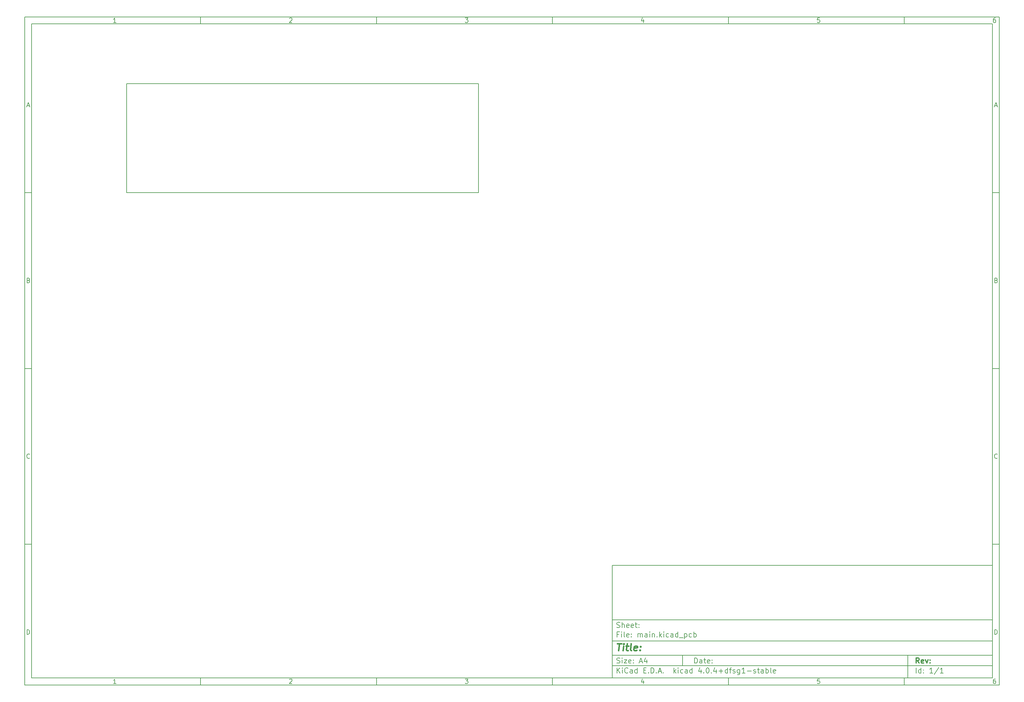
<source format=gbr>
G04 #@! TF.FileFunction,Other,User*
%FSLAX46Y46*%
G04 Gerber Fmt 4.6, Leading zero omitted, Abs format (unit mm)*
G04 Created by KiCad (PCBNEW 4.0.4+dfsg1-stable) date Mon Feb 27 16:58:46 2017*
%MOMM*%
%LPD*%
G01*
G04 APERTURE LIST*
%ADD10C,0.100000*%
%ADD11C,0.150000*%
%ADD12C,0.300000*%
%ADD13C,0.400000*%
%ADD14C,0.200000*%
G04 APERTURE END LIST*
D10*
D11*
X177002200Y-166007200D02*
X177002200Y-198007200D01*
X285002200Y-198007200D01*
X285002200Y-166007200D01*
X177002200Y-166007200D01*
D10*
D11*
X10000000Y-10000000D02*
X10000000Y-200007200D01*
X287002200Y-200007200D01*
X287002200Y-10000000D01*
X10000000Y-10000000D01*
D10*
D11*
X12000000Y-12000000D02*
X12000000Y-198007200D01*
X285002200Y-198007200D01*
X285002200Y-12000000D01*
X12000000Y-12000000D01*
D10*
D11*
X60000000Y-12000000D02*
X60000000Y-10000000D01*
D10*
D11*
X110000000Y-12000000D02*
X110000000Y-10000000D01*
D10*
D11*
X160000000Y-12000000D02*
X160000000Y-10000000D01*
D10*
D11*
X210000000Y-12000000D02*
X210000000Y-10000000D01*
D10*
D11*
X260000000Y-12000000D02*
X260000000Y-10000000D01*
D10*
D11*
X35990476Y-11588095D02*
X35247619Y-11588095D01*
X35619048Y-11588095D02*
X35619048Y-10288095D01*
X35495238Y-10473810D01*
X35371429Y-10597619D01*
X35247619Y-10659524D01*
D10*
D11*
X85247619Y-10411905D02*
X85309524Y-10350000D01*
X85433333Y-10288095D01*
X85742857Y-10288095D01*
X85866667Y-10350000D01*
X85928571Y-10411905D01*
X85990476Y-10535714D01*
X85990476Y-10659524D01*
X85928571Y-10845238D01*
X85185714Y-11588095D01*
X85990476Y-11588095D01*
D10*
D11*
X135185714Y-10288095D02*
X135990476Y-10288095D01*
X135557143Y-10783333D01*
X135742857Y-10783333D01*
X135866667Y-10845238D01*
X135928571Y-10907143D01*
X135990476Y-11030952D01*
X135990476Y-11340476D01*
X135928571Y-11464286D01*
X135866667Y-11526190D01*
X135742857Y-11588095D01*
X135371429Y-11588095D01*
X135247619Y-11526190D01*
X135185714Y-11464286D01*
D10*
D11*
X185866667Y-10721429D02*
X185866667Y-11588095D01*
X185557143Y-10226190D02*
X185247619Y-11154762D01*
X186052381Y-11154762D01*
D10*
D11*
X235928571Y-10288095D02*
X235309524Y-10288095D01*
X235247619Y-10907143D01*
X235309524Y-10845238D01*
X235433333Y-10783333D01*
X235742857Y-10783333D01*
X235866667Y-10845238D01*
X235928571Y-10907143D01*
X235990476Y-11030952D01*
X235990476Y-11340476D01*
X235928571Y-11464286D01*
X235866667Y-11526190D01*
X235742857Y-11588095D01*
X235433333Y-11588095D01*
X235309524Y-11526190D01*
X235247619Y-11464286D01*
D10*
D11*
X285866667Y-10288095D02*
X285619048Y-10288095D01*
X285495238Y-10350000D01*
X285433333Y-10411905D01*
X285309524Y-10597619D01*
X285247619Y-10845238D01*
X285247619Y-11340476D01*
X285309524Y-11464286D01*
X285371429Y-11526190D01*
X285495238Y-11588095D01*
X285742857Y-11588095D01*
X285866667Y-11526190D01*
X285928571Y-11464286D01*
X285990476Y-11340476D01*
X285990476Y-11030952D01*
X285928571Y-10907143D01*
X285866667Y-10845238D01*
X285742857Y-10783333D01*
X285495238Y-10783333D01*
X285371429Y-10845238D01*
X285309524Y-10907143D01*
X285247619Y-11030952D01*
D10*
D11*
X60000000Y-198007200D02*
X60000000Y-200007200D01*
D10*
D11*
X110000000Y-198007200D02*
X110000000Y-200007200D01*
D10*
D11*
X160000000Y-198007200D02*
X160000000Y-200007200D01*
D10*
D11*
X210000000Y-198007200D02*
X210000000Y-200007200D01*
D10*
D11*
X260000000Y-198007200D02*
X260000000Y-200007200D01*
D10*
D11*
X35990476Y-199595295D02*
X35247619Y-199595295D01*
X35619048Y-199595295D02*
X35619048Y-198295295D01*
X35495238Y-198481010D01*
X35371429Y-198604819D01*
X35247619Y-198666724D01*
D10*
D11*
X85247619Y-198419105D02*
X85309524Y-198357200D01*
X85433333Y-198295295D01*
X85742857Y-198295295D01*
X85866667Y-198357200D01*
X85928571Y-198419105D01*
X85990476Y-198542914D01*
X85990476Y-198666724D01*
X85928571Y-198852438D01*
X85185714Y-199595295D01*
X85990476Y-199595295D01*
D10*
D11*
X135185714Y-198295295D02*
X135990476Y-198295295D01*
X135557143Y-198790533D01*
X135742857Y-198790533D01*
X135866667Y-198852438D01*
X135928571Y-198914343D01*
X135990476Y-199038152D01*
X135990476Y-199347676D01*
X135928571Y-199471486D01*
X135866667Y-199533390D01*
X135742857Y-199595295D01*
X135371429Y-199595295D01*
X135247619Y-199533390D01*
X135185714Y-199471486D01*
D10*
D11*
X185866667Y-198728629D02*
X185866667Y-199595295D01*
X185557143Y-198233390D02*
X185247619Y-199161962D01*
X186052381Y-199161962D01*
D10*
D11*
X235928571Y-198295295D02*
X235309524Y-198295295D01*
X235247619Y-198914343D01*
X235309524Y-198852438D01*
X235433333Y-198790533D01*
X235742857Y-198790533D01*
X235866667Y-198852438D01*
X235928571Y-198914343D01*
X235990476Y-199038152D01*
X235990476Y-199347676D01*
X235928571Y-199471486D01*
X235866667Y-199533390D01*
X235742857Y-199595295D01*
X235433333Y-199595295D01*
X235309524Y-199533390D01*
X235247619Y-199471486D01*
D10*
D11*
X285866667Y-198295295D02*
X285619048Y-198295295D01*
X285495238Y-198357200D01*
X285433333Y-198419105D01*
X285309524Y-198604819D01*
X285247619Y-198852438D01*
X285247619Y-199347676D01*
X285309524Y-199471486D01*
X285371429Y-199533390D01*
X285495238Y-199595295D01*
X285742857Y-199595295D01*
X285866667Y-199533390D01*
X285928571Y-199471486D01*
X285990476Y-199347676D01*
X285990476Y-199038152D01*
X285928571Y-198914343D01*
X285866667Y-198852438D01*
X285742857Y-198790533D01*
X285495238Y-198790533D01*
X285371429Y-198852438D01*
X285309524Y-198914343D01*
X285247619Y-199038152D01*
D10*
D11*
X10000000Y-60000000D02*
X12000000Y-60000000D01*
D10*
D11*
X10000000Y-110000000D02*
X12000000Y-110000000D01*
D10*
D11*
X10000000Y-160000000D02*
X12000000Y-160000000D01*
D10*
D11*
X10690476Y-35216667D02*
X11309524Y-35216667D01*
X10566667Y-35588095D02*
X11000000Y-34288095D01*
X11433333Y-35588095D01*
D10*
D11*
X11092857Y-84907143D02*
X11278571Y-84969048D01*
X11340476Y-85030952D01*
X11402381Y-85154762D01*
X11402381Y-85340476D01*
X11340476Y-85464286D01*
X11278571Y-85526190D01*
X11154762Y-85588095D01*
X10659524Y-85588095D01*
X10659524Y-84288095D01*
X11092857Y-84288095D01*
X11216667Y-84350000D01*
X11278571Y-84411905D01*
X11340476Y-84535714D01*
X11340476Y-84659524D01*
X11278571Y-84783333D01*
X11216667Y-84845238D01*
X11092857Y-84907143D01*
X10659524Y-84907143D01*
D10*
D11*
X11402381Y-135464286D02*
X11340476Y-135526190D01*
X11154762Y-135588095D01*
X11030952Y-135588095D01*
X10845238Y-135526190D01*
X10721429Y-135402381D01*
X10659524Y-135278571D01*
X10597619Y-135030952D01*
X10597619Y-134845238D01*
X10659524Y-134597619D01*
X10721429Y-134473810D01*
X10845238Y-134350000D01*
X11030952Y-134288095D01*
X11154762Y-134288095D01*
X11340476Y-134350000D01*
X11402381Y-134411905D01*
D10*
D11*
X10659524Y-185588095D02*
X10659524Y-184288095D01*
X10969048Y-184288095D01*
X11154762Y-184350000D01*
X11278571Y-184473810D01*
X11340476Y-184597619D01*
X11402381Y-184845238D01*
X11402381Y-185030952D01*
X11340476Y-185278571D01*
X11278571Y-185402381D01*
X11154762Y-185526190D01*
X10969048Y-185588095D01*
X10659524Y-185588095D01*
D10*
D11*
X287002200Y-60000000D02*
X285002200Y-60000000D01*
D10*
D11*
X287002200Y-110000000D02*
X285002200Y-110000000D01*
D10*
D11*
X287002200Y-160000000D02*
X285002200Y-160000000D01*
D10*
D11*
X285692676Y-35216667D02*
X286311724Y-35216667D01*
X285568867Y-35588095D02*
X286002200Y-34288095D01*
X286435533Y-35588095D01*
D10*
D11*
X286095057Y-84907143D02*
X286280771Y-84969048D01*
X286342676Y-85030952D01*
X286404581Y-85154762D01*
X286404581Y-85340476D01*
X286342676Y-85464286D01*
X286280771Y-85526190D01*
X286156962Y-85588095D01*
X285661724Y-85588095D01*
X285661724Y-84288095D01*
X286095057Y-84288095D01*
X286218867Y-84350000D01*
X286280771Y-84411905D01*
X286342676Y-84535714D01*
X286342676Y-84659524D01*
X286280771Y-84783333D01*
X286218867Y-84845238D01*
X286095057Y-84907143D01*
X285661724Y-84907143D01*
D10*
D11*
X286404581Y-135464286D02*
X286342676Y-135526190D01*
X286156962Y-135588095D01*
X286033152Y-135588095D01*
X285847438Y-135526190D01*
X285723629Y-135402381D01*
X285661724Y-135278571D01*
X285599819Y-135030952D01*
X285599819Y-134845238D01*
X285661724Y-134597619D01*
X285723629Y-134473810D01*
X285847438Y-134350000D01*
X286033152Y-134288095D01*
X286156962Y-134288095D01*
X286342676Y-134350000D01*
X286404581Y-134411905D01*
D10*
D11*
X285661724Y-185588095D02*
X285661724Y-184288095D01*
X285971248Y-184288095D01*
X286156962Y-184350000D01*
X286280771Y-184473810D01*
X286342676Y-184597619D01*
X286404581Y-184845238D01*
X286404581Y-185030952D01*
X286342676Y-185278571D01*
X286280771Y-185402381D01*
X286156962Y-185526190D01*
X285971248Y-185588095D01*
X285661724Y-185588095D01*
D10*
D11*
X200359343Y-193785771D02*
X200359343Y-192285771D01*
X200716486Y-192285771D01*
X200930771Y-192357200D01*
X201073629Y-192500057D01*
X201145057Y-192642914D01*
X201216486Y-192928629D01*
X201216486Y-193142914D01*
X201145057Y-193428629D01*
X201073629Y-193571486D01*
X200930771Y-193714343D01*
X200716486Y-193785771D01*
X200359343Y-193785771D01*
X202502200Y-193785771D02*
X202502200Y-193000057D01*
X202430771Y-192857200D01*
X202287914Y-192785771D01*
X202002200Y-192785771D01*
X201859343Y-192857200D01*
X202502200Y-193714343D02*
X202359343Y-193785771D01*
X202002200Y-193785771D01*
X201859343Y-193714343D01*
X201787914Y-193571486D01*
X201787914Y-193428629D01*
X201859343Y-193285771D01*
X202002200Y-193214343D01*
X202359343Y-193214343D01*
X202502200Y-193142914D01*
X203002200Y-192785771D02*
X203573629Y-192785771D01*
X203216486Y-192285771D02*
X203216486Y-193571486D01*
X203287914Y-193714343D01*
X203430772Y-193785771D01*
X203573629Y-193785771D01*
X204645057Y-193714343D02*
X204502200Y-193785771D01*
X204216486Y-193785771D01*
X204073629Y-193714343D01*
X204002200Y-193571486D01*
X204002200Y-193000057D01*
X204073629Y-192857200D01*
X204216486Y-192785771D01*
X204502200Y-192785771D01*
X204645057Y-192857200D01*
X204716486Y-193000057D01*
X204716486Y-193142914D01*
X204002200Y-193285771D01*
X205359343Y-193642914D02*
X205430771Y-193714343D01*
X205359343Y-193785771D01*
X205287914Y-193714343D01*
X205359343Y-193642914D01*
X205359343Y-193785771D01*
X205359343Y-192857200D02*
X205430771Y-192928629D01*
X205359343Y-193000057D01*
X205287914Y-192928629D01*
X205359343Y-192857200D01*
X205359343Y-193000057D01*
D10*
D11*
X177002200Y-194507200D02*
X285002200Y-194507200D01*
D10*
D11*
X178359343Y-196585771D02*
X178359343Y-195085771D01*
X179216486Y-196585771D02*
X178573629Y-195728629D01*
X179216486Y-195085771D02*
X178359343Y-195942914D01*
X179859343Y-196585771D02*
X179859343Y-195585771D01*
X179859343Y-195085771D02*
X179787914Y-195157200D01*
X179859343Y-195228629D01*
X179930771Y-195157200D01*
X179859343Y-195085771D01*
X179859343Y-195228629D01*
X181430772Y-196442914D02*
X181359343Y-196514343D01*
X181145057Y-196585771D01*
X181002200Y-196585771D01*
X180787915Y-196514343D01*
X180645057Y-196371486D01*
X180573629Y-196228629D01*
X180502200Y-195942914D01*
X180502200Y-195728629D01*
X180573629Y-195442914D01*
X180645057Y-195300057D01*
X180787915Y-195157200D01*
X181002200Y-195085771D01*
X181145057Y-195085771D01*
X181359343Y-195157200D01*
X181430772Y-195228629D01*
X182716486Y-196585771D02*
X182716486Y-195800057D01*
X182645057Y-195657200D01*
X182502200Y-195585771D01*
X182216486Y-195585771D01*
X182073629Y-195657200D01*
X182716486Y-196514343D02*
X182573629Y-196585771D01*
X182216486Y-196585771D01*
X182073629Y-196514343D01*
X182002200Y-196371486D01*
X182002200Y-196228629D01*
X182073629Y-196085771D01*
X182216486Y-196014343D01*
X182573629Y-196014343D01*
X182716486Y-195942914D01*
X184073629Y-196585771D02*
X184073629Y-195085771D01*
X184073629Y-196514343D02*
X183930772Y-196585771D01*
X183645058Y-196585771D01*
X183502200Y-196514343D01*
X183430772Y-196442914D01*
X183359343Y-196300057D01*
X183359343Y-195871486D01*
X183430772Y-195728629D01*
X183502200Y-195657200D01*
X183645058Y-195585771D01*
X183930772Y-195585771D01*
X184073629Y-195657200D01*
X185930772Y-195800057D02*
X186430772Y-195800057D01*
X186645058Y-196585771D02*
X185930772Y-196585771D01*
X185930772Y-195085771D01*
X186645058Y-195085771D01*
X187287915Y-196442914D02*
X187359343Y-196514343D01*
X187287915Y-196585771D01*
X187216486Y-196514343D01*
X187287915Y-196442914D01*
X187287915Y-196585771D01*
X188002201Y-196585771D02*
X188002201Y-195085771D01*
X188359344Y-195085771D01*
X188573629Y-195157200D01*
X188716487Y-195300057D01*
X188787915Y-195442914D01*
X188859344Y-195728629D01*
X188859344Y-195942914D01*
X188787915Y-196228629D01*
X188716487Y-196371486D01*
X188573629Y-196514343D01*
X188359344Y-196585771D01*
X188002201Y-196585771D01*
X189502201Y-196442914D02*
X189573629Y-196514343D01*
X189502201Y-196585771D01*
X189430772Y-196514343D01*
X189502201Y-196442914D01*
X189502201Y-196585771D01*
X190145058Y-196157200D02*
X190859344Y-196157200D01*
X190002201Y-196585771D02*
X190502201Y-195085771D01*
X191002201Y-196585771D01*
X191502201Y-196442914D02*
X191573629Y-196514343D01*
X191502201Y-196585771D01*
X191430772Y-196514343D01*
X191502201Y-196442914D01*
X191502201Y-196585771D01*
X194502201Y-196585771D02*
X194502201Y-195085771D01*
X194645058Y-196014343D02*
X195073629Y-196585771D01*
X195073629Y-195585771D02*
X194502201Y-196157200D01*
X195716487Y-196585771D02*
X195716487Y-195585771D01*
X195716487Y-195085771D02*
X195645058Y-195157200D01*
X195716487Y-195228629D01*
X195787915Y-195157200D01*
X195716487Y-195085771D01*
X195716487Y-195228629D01*
X197073630Y-196514343D02*
X196930773Y-196585771D01*
X196645059Y-196585771D01*
X196502201Y-196514343D01*
X196430773Y-196442914D01*
X196359344Y-196300057D01*
X196359344Y-195871486D01*
X196430773Y-195728629D01*
X196502201Y-195657200D01*
X196645059Y-195585771D01*
X196930773Y-195585771D01*
X197073630Y-195657200D01*
X198359344Y-196585771D02*
X198359344Y-195800057D01*
X198287915Y-195657200D01*
X198145058Y-195585771D01*
X197859344Y-195585771D01*
X197716487Y-195657200D01*
X198359344Y-196514343D02*
X198216487Y-196585771D01*
X197859344Y-196585771D01*
X197716487Y-196514343D01*
X197645058Y-196371486D01*
X197645058Y-196228629D01*
X197716487Y-196085771D01*
X197859344Y-196014343D01*
X198216487Y-196014343D01*
X198359344Y-195942914D01*
X199716487Y-196585771D02*
X199716487Y-195085771D01*
X199716487Y-196514343D02*
X199573630Y-196585771D01*
X199287916Y-196585771D01*
X199145058Y-196514343D01*
X199073630Y-196442914D01*
X199002201Y-196300057D01*
X199002201Y-195871486D01*
X199073630Y-195728629D01*
X199145058Y-195657200D01*
X199287916Y-195585771D01*
X199573630Y-195585771D01*
X199716487Y-195657200D01*
X202216487Y-195585771D02*
X202216487Y-196585771D01*
X201859344Y-195014343D02*
X201502201Y-196085771D01*
X202430773Y-196085771D01*
X203002201Y-196442914D02*
X203073629Y-196514343D01*
X203002201Y-196585771D01*
X202930772Y-196514343D01*
X203002201Y-196442914D01*
X203002201Y-196585771D01*
X204002201Y-195085771D02*
X204145058Y-195085771D01*
X204287915Y-195157200D01*
X204359344Y-195228629D01*
X204430773Y-195371486D01*
X204502201Y-195657200D01*
X204502201Y-196014343D01*
X204430773Y-196300057D01*
X204359344Y-196442914D01*
X204287915Y-196514343D01*
X204145058Y-196585771D01*
X204002201Y-196585771D01*
X203859344Y-196514343D01*
X203787915Y-196442914D01*
X203716487Y-196300057D01*
X203645058Y-196014343D01*
X203645058Y-195657200D01*
X203716487Y-195371486D01*
X203787915Y-195228629D01*
X203859344Y-195157200D01*
X204002201Y-195085771D01*
X205145058Y-196442914D02*
X205216486Y-196514343D01*
X205145058Y-196585771D01*
X205073629Y-196514343D01*
X205145058Y-196442914D01*
X205145058Y-196585771D01*
X206502201Y-195585771D02*
X206502201Y-196585771D01*
X206145058Y-195014343D02*
X205787915Y-196085771D01*
X206716487Y-196085771D01*
X207287915Y-196014343D02*
X208430772Y-196014343D01*
X207859343Y-196585771D02*
X207859343Y-195442914D01*
X209787915Y-196585771D02*
X209787915Y-195085771D01*
X209787915Y-196514343D02*
X209645058Y-196585771D01*
X209359344Y-196585771D01*
X209216486Y-196514343D01*
X209145058Y-196442914D01*
X209073629Y-196300057D01*
X209073629Y-195871486D01*
X209145058Y-195728629D01*
X209216486Y-195657200D01*
X209359344Y-195585771D01*
X209645058Y-195585771D01*
X209787915Y-195657200D01*
X210287915Y-195585771D02*
X210859344Y-195585771D01*
X210502201Y-196585771D02*
X210502201Y-195300057D01*
X210573629Y-195157200D01*
X210716487Y-195085771D01*
X210859344Y-195085771D01*
X211287915Y-196514343D02*
X211430772Y-196585771D01*
X211716487Y-196585771D01*
X211859344Y-196514343D01*
X211930772Y-196371486D01*
X211930772Y-196300057D01*
X211859344Y-196157200D01*
X211716487Y-196085771D01*
X211502201Y-196085771D01*
X211359344Y-196014343D01*
X211287915Y-195871486D01*
X211287915Y-195800057D01*
X211359344Y-195657200D01*
X211502201Y-195585771D01*
X211716487Y-195585771D01*
X211859344Y-195657200D01*
X213216487Y-195585771D02*
X213216487Y-196800057D01*
X213145058Y-196942914D01*
X213073630Y-197014343D01*
X212930773Y-197085771D01*
X212716487Y-197085771D01*
X212573630Y-197014343D01*
X213216487Y-196514343D02*
X213073630Y-196585771D01*
X212787916Y-196585771D01*
X212645058Y-196514343D01*
X212573630Y-196442914D01*
X212502201Y-196300057D01*
X212502201Y-195871486D01*
X212573630Y-195728629D01*
X212645058Y-195657200D01*
X212787916Y-195585771D01*
X213073630Y-195585771D01*
X213216487Y-195657200D01*
X214716487Y-196585771D02*
X213859344Y-196585771D01*
X214287916Y-196585771D02*
X214287916Y-195085771D01*
X214145059Y-195300057D01*
X214002201Y-195442914D01*
X213859344Y-195514343D01*
X215359344Y-196014343D02*
X216502201Y-196014343D01*
X217145058Y-196514343D02*
X217287915Y-196585771D01*
X217573630Y-196585771D01*
X217716487Y-196514343D01*
X217787915Y-196371486D01*
X217787915Y-196300057D01*
X217716487Y-196157200D01*
X217573630Y-196085771D01*
X217359344Y-196085771D01*
X217216487Y-196014343D01*
X217145058Y-195871486D01*
X217145058Y-195800057D01*
X217216487Y-195657200D01*
X217359344Y-195585771D01*
X217573630Y-195585771D01*
X217716487Y-195657200D01*
X218216487Y-195585771D02*
X218787916Y-195585771D01*
X218430773Y-195085771D02*
X218430773Y-196371486D01*
X218502201Y-196514343D01*
X218645059Y-196585771D01*
X218787916Y-196585771D01*
X219930773Y-196585771D02*
X219930773Y-195800057D01*
X219859344Y-195657200D01*
X219716487Y-195585771D01*
X219430773Y-195585771D01*
X219287916Y-195657200D01*
X219930773Y-196514343D02*
X219787916Y-196585771D01*
X219430773Y-196585771D01*
X219287916Y-196514343D01*
X219216487Y-196371486D01*
X219216487Y-196228629D01*
X219287916Y-196085771D01*
X219430773Y-196014343D01*
X219787916Y-196014343D01*
X219930773Y-195942914D01*
X220645059Y-196585771D02*
X220645059Y-195085771D01*
X220645059Y-195657200D02*
X220787916Y-195585771D01*
X221073630Y-195585771D01*
X221216487Y-195657200D01*
X221287916Y-195728629D01*
X221359345Y-195871486D01*
X221359345Y-196300057D01*
X221287916Y-196442914D01*
X221216487Y-196514343D01*
X221073630Y-196585771D01*
X220787916Y-196585771D01*
X220645059Y-196514343D01*
X222216488Y-196585771D02*
X222073630Y-196514343D01*
X222002202Y-196371486D01*
X222002202Y-195085771D01*
X223359344Y-196514343D02*
X223216487Y-196585771D01*
X222930773Y-196585771D01*
X222787916Y-196514343D01*
X222716487Y-196371486D01*
X222716487Y-195800057D01*
X222787916Y-195657200D01*
X222930773Y-195585771D01*
X223216487Y-195585771D01*
X223359344Y-195657200D01*
X223430773Y-195800057D01*
X223430773Y-195942914D01*
X222716487Y-196085771D01*
D10*
D11*
X177002200Y-191507200D02*
X285002200Y-191507200D01*
D10*
D12*
X264216486Y-193785771D02*
X263716486Y-193071486D01*
X263359343Y-193785771D02*
X263359343Y-192285771D01*
X263930771Y-192285771D01*
X264073629Y-192357200D01*
X264145057Y-192428629D01*
X264216486Y-192571486D01*
X264216486Y-192785771D01*
X264145057Y-192928629D01*
X264073629Y-193000057D01*
X263930771Y-193071486D01*
X263359343Y-193071486D01*
X265430771Y-193714343D02*
X265287914Y-193785771D01*
X265002200Y-193785771D01*
X264859343Y-193714343D01*
X264787914Y-193571486D01*
X264787914Y-193000057D01*
X264859343Y-192857200D01*
X265002200Y-192785771D01*
X265287914Y-192785771D01*
X265430771Y-192857200D01*
X265502200Y-193000057D01*
X265502200Y-193142914D01*
X264787914Y-193285771D01*
X266002200Y-192785771D02*
X266359343Y-193785771D01*
X266716485Y-192785771D01*
X267287914Y-193642914D02*
X267359342Y-193714343D01*
X267287914Y-193785771D01*
X267216485Y-193714343D01*
X267287914Y-193642914D01*
X267287914Y-193785771D01*
X267287914Y-192857200D02*
X267359342Y-192928629D01*
X267287914Y-193000057D01*
X267216485Y-192928629D01*
X267287914Y-192857200D01*
X267287914Y-193000057D01*
D10*
D11*
X178287914Y-193714343D02*
X178502200Y-193785771D01*
X178859343Y-193785771D01*
X179002200Y-193714343D01*
X179073629Y-193642914D01*
X179145057Y-193500057D01*
X179145057Y-193357200D01*
X179073629Y-193214343D01*
X179002200Y-193142914D01*
X178859343Y-193071486D01*
X178573629Y-193000057D01*
X178430771Y-192928629D01*
X178359343Y-192857200D01*
X178287914Y-192714343D01*
X178287914Y-192571486D01*
X178359343Y-192428629D01*
X178430771Y-192357200D01*
X178573629Y-192285771D01*
X178930771Y-192285771D01*
X179145057Y-192357200D01*
X179787914Y-193785771D02*
X179787914Y-192785771D01*
X179787914Y-192285771D02*
X179716485Y-192357200D01*
X179787914Y-192428629D01*
X179859342Y-192357200D01*
X179787914Y-192285771D01*
X179787914Y-192428629D01*
X180359343Y-192785771D02*
X181145057Y-192785771D01*
X180359343Y-193785771D01*
X181145057Y-193785771D01*
X182287914Y-193714343D02*
X182145057Y-193785771D01*
X181859343Y-193785771D01*
X181716486Y-193714343D01*
X181645057Y-193571486D01*
X181645057Y-193000057D01*
X181716486Y-192857200D01*
X181859343Y-192785771D01*
X182145057Y-192785771D01*
X182287914Y-192857200D01*
X182359343Y-193000057D01*
X182359343Y-193142914D01*
X181645057Y-193285771D01*
X183002200Y-193642914D02*
X183073628Y-193714343D01*
X183002200Y-193785771D01*
X182930771Y-193714343D01*
X183002200Y-193642914D01*
X183002200Y-193785771D01*
X183002200Y-192857200D02*
X183073628Y-192928629D01*
X183002200Y-193000057D01*
X182930771Y-192928629D01*
X183002200Y-192857200D01*
X183002200Y-193000057D01*
X184787914Y-193357200D02*
X185502200Y-193357200D01*
X184645057Y-193785771D02*
X185145057Y-192285771D01*
X185645057Y-193785771D01*
X186787914Y-192785771D02*
X186787914Y-193785771D01*
X186430771Y-192214343D02*
X186073628Y-193285771D01*
X187002200Y-193285771D01*
D10*
D11*
X263359343Y-196585771D02*
X263359343Y-195085771D01*
X264716486Y-196585771D02*
X264716486Y-195085771D01*
X264716486Y-196514343D02*
X264573629Y-196585771D01*
X264287915Y-196585771D01*
X264145057Y-196514343D01*
X264073629Y-196442914D01*
X264002200Y-196300057D01*
X264002200Y-195871486D01*
X264073629Y-195728629D01*
X264145057Y-195657200D01*
X264287915Y-195585771D01*
X264573629Y-195585771D01*
X264716486Y-195657200D01*
X265430772Y-196442914D02*
X265502200Y-196514343D01*
X265430772Y-196585771D01*
X265359343Y-196514343D01*
X265430772Y-196442914D01*
X265430772Y-196585771D01*
X265430772Y-195657200D02*
X265502200Y-195728629D01*
X265430772Y-195800057D01*
X265359343Y-195728629D01*
X265430772Y-195657200D01*
X265430772Y-195800057D01*
X268073629Y-196585771D02*
X267216486Y-196585771D01*
X267645058Y-196585771D02*
X267645058Y-195085771D01*
X267502201Y-195300057D01*
X267359343Y-195442914D01*
X267216486Y-195514343D01*
X269787914Y-195014343D02*
X268502200Y-196942914D01*
X271073629Y-196585771D02*
X270216486Y-196585771D01*
X270645058Y-196585771D02*
X270645058Y-195085771D01*
X270502201Y-195300057D01*
X270359343Y-195442914D01*
X270216486Y-195514343D01*
D10*
D11*
X177002200Y-187507200D02*
X285002200Y-187507200D01*
D10*
D13*
X178454581Y-188211962D02*
X179597438Y-188211962D01*
X178776010Y-190211962D02*
X179026010Y-188211962D01*
X180014105Y-190211962D02*
X180180771Y-188878629D01*
X180264105Y-188211962D02*
X180156962Y-188307200D01*
X180240295Y-188402438D01*
X180347439Y-188307200D01*
X180264105Y-188211962D01*
X180240295Y-188402438D01*
X180847438Y-188878629D02*
X181609343Y-188878629D01*
X181216486Y-188211962D02*
X181002200Y-189926248D01*
X181073630Y-190116724D01*
X181252201Y-190211962D01*
X181442677Y-190211962D01*
X182395058Y-190211962D02*
X182216487Y-190116724D01*
X182145057Y-189926248D01*
X182359343Y-188211962D01*
X183930772Y-190116724D02*
X183728391Y-190211962D01*
X183347439Y-190211962D01*
X183168867Y-190116724D01*
X183097438Y-189926248D01*
X183192676Y-189164343D01*
X183311724Y-188973867D01*
X183514105Y-188878629D01*
X183895057Y-188878629D01*
X184073629Y-188973867D01*
X184145057Y-189164343D01*
X184121248Y-189354819D01*
X183145057Y-189545295D01*
X184895057Y-190021486D02*
X184978392Y-190116724D01*
X184871248Y-190211962D01*
X184787915Y-190116724D01*
X184895057Y-190021486D01*
X184871248Y-190211962D01*
X185026010Y-188973867D02*
X185109344Y-189069105D01*
X185002200Y-189164343D01*
X184918867Y-189069105D01*
X185026010Y-188973867D01*
X185002200Y-189164343D01*
D10*
D11*
X178859343Y-185600057D02*
X178359343Y-185600057D01*
X178359343Y-186385771D02*
X178359343Y-184885771D01*
X179073629Y-184885771D01*
X179645057Y-186385771D02*
X179645057Y-185385771D01*
X179645057Y-184885771D02*
X179573628Y-184957200D01*
X179645057Y-185028629D01*
X179716485Y-184957200D01*
X179645057Y-184885771D01*
X179645057Y-185028629D01*
X180573629Y-186385771D02*
X180430771Y-186314343D01*
X180359343Y-186171486D01*
X180359343Y-184885771D01*
X181716485Y-186314343D02*
X181573628Y-186385771D01*
X181287914Y-186385771D01*
X181145057Y-186314343D01*
X181073628Y-186171486D01*
X181073628Y-185600057D01*
X181145057Y-185457200D01*
X181287914Y-185385771D01*
X181573628Y-185385771D01*
X181716485Y-185457200D01*
X181787914Y-185600057D01*
X181787914Y-185742914D01*
X181073628Y-185885771D01*
X182430771Y-186242914D02*
X182502199Y-186314343D01*
X182430771Y-186385771D01*
X182359342Y-186314343D01*
X182430771Y-186242914D01*
X182430771Y-186385771D01*
X182430771Y-185457200D02*
X182502199Y-185528629D01*
X182430771Y-185600057D01*
X182359342Y-185528629D01*
X182430771Y-185457200D01*
X182430771Y-185600057D01*
X184287914Y-186385771D02*
X184287914Y-185385771D01*
X184287914Y-185528629D02*
X184359342Y-185457200D01*
X184502200Y-185385771D01*
X184716485Y-185385771D01*
X184859342Y-185457200D01*
X184930771Y-185600057D01*
X184930771Y-186385771D01*
X184930771Y-185600057D02*
X185002200Y-185457200D01*
X185145057Y-185385771D01*
X185359342Y-185385771D01*
X185502200Y-185457200D01*
X185573628Y-185600057D01*
X185573628Y-186385771D01*
X186930771Y-186385771D02*
X186930771Y-185600057D01*
X186859342Y-185457200D01*
X186716485Y-185385771D01*
X186430771Y-185385771D01*
X186287914Y-185457200D01*
X186930771Y-186314343D02*
X186787914Y-186385771D01*
X186430771Y-186385771D01*
X186287914Y-186314343D01*
X186216485Y-186171486D01*
X186216485Y-186028629D01*
X186287914Y-185885771D01*
X186430771Y-185814343D01*
X186787914Y-185814343D01*
X186930771Y-185742914D01*
X187645057Y-186385771D02*
X187645057Y-185385771D01*
X187645057Y-184885771D02*
X187573628Y-184957200D01*
X187645057Y-185028629D01*
X187716485Y-184957200D01*
X187645057Y-184885771D01*
X187645057Y-185028629D01*
X188359343Y-185385771D02*
X188359343Y-186385771D01*
X188359343Y-185528629D02*
X188430771Y-185457200D01*
X188573629Y-185385771D01*
X188787914Y-185385771D01*
X188930771Y-185457200D01*
X189002200Y-185600057D01*
X189002200Y-186385771D01*
X189716486Y-186242914D02*
X189787914Y-186314343D01*
X189716486Y-186385771D01*
X189645057Y-186314343D01*
X189716486Y-186242914D01*
X189716486Y-186385771D01*
X190430772Y-186385771D02*
X190430772Y-184885771D01*
X190573629Y-185814343D02*
X191002200Y-186385771D01*
X191002200Y-185385771D02*
X190430772Y-185957200D01*
X191645058Y-186385771D02*
X191645058Y-185385771D01*
X191645058Y-184885771D02*
X191573629Y-184957200D01*
X191645058Y-185028629D01*
X191716486Y-184957200D01*
X191645058Y-184885771D01*
X191645058Y-185028629D01*
X193002201Y-186314343D02*
X192859344Y-186385771D01*
X192573630Y-186385771D01*
X192430772Y-186314343D01*
X192359344Y-186242914D01*
X192287915Y-186100057D01*
X192287915Y-185671486D01*
X192359344Y-185528629D01*
X192430772Y-185457200D01*
X192573630Y-185385771D01*
X192859344Y-185385771D01*
X193002201Y-185457200D01*
X194287915Y-186385771D02*
X194287915Y-185600057D01*
X194216486Y-185457200D01*
X194073629Y-185385771D01*
X193787915Y-185385771D01*
X193645058Y-185457200D01*
X194287915Y-186314343D02*
X194145058Y-186385771D01*
X193787915Y-186385771D01*
X193645058Y-186314343D01*
X193573629Y-186171486D01*
X193573629Y-186028629D01*
X193645058Y-185885771D01*
X193787915Y-185814343D01*
X194145058Y-185814343D01*
X194287915Y-185742914D01*
X195645058Y-186385771D02*
X195645058Y-184885771D01*
X195645058Y-186314343D02*
X195502201Y-186385771D01*
X195216487Y-186385771D01*
X195073629Y-186314343D01*
X195002201Y-186242914D01*
X194930772Y-186100057D01*
X194930772Y-185671486D01*
X195002201Y-185528629D01*
X195073629Y-185457200D01*
X195216487Y-185385771D01*
X195502201Y-185385771D01*
X195645058Y-185457200D01*
X196002201Y-186528629D02*
X197145058Y-186528629D01*
X197502201Y-185385771D02*
X197502201Y-186885771D01*
X197502201Y-185457200D02*
X197645058Y-185385771D01*
X197930772Y-185385771D01*
X198073629Y-185457200D01*
X198145058Y-185528629D01*
X198216487Y-185671486D01*
X198216487Y-186100057D01*
X198145058Y-186242914D01*
X198073629Y-186314343D01*
X197930772Y-186385771D01*
X197645058Y-186385771D01*
X197502201Y-186314343D01*
X199502201Y-186314343D02*
X199359344Y-186385771D01*
X199073630Y-186385771D01*
X198930772Y-186314343D01*
X198859344Y-186242914D01*
X198787915Y-186100057D01*
X198787915Y-185671486D01*
X198859344Y-185528629D01*
X198930772Y-185457200D01*
X199073630Y-185385771D01*
X199359344Y-185385771D01*
X199502201Y-185457200D01*
X200145058Y-186385771D02*
X200145058Y-184885771D01*
X200145058Y-185457200D02*
X200287915Y-185385771D01*
X200573629Y-185385771D01*
X200716486Y-185457200D01*
X200787915Y-185528629D01*
X200859344Y-185671486D01*
X200859344Y-186100057D01*
X200787915Y-186242914D01*
X200716486Y-186314343D01*
X200573629Y-186385771D01*
X200287915Y-186385771D01*
X200145058Y-186314343D01*
D10*
D11*
X177002200Y-181507200D02*
X285002200Y-181507200D01*
D10*
D11*
X178287914Y-183614343D02*
X178502200Y-183685771D01*
X178859343Y-183685771D01*
X179002200Y-183614343D01*
X179073629Y-183542914D01*
X179145057Y-183400057D01*
X179145057Y-183257200D01*
X179073629Y-183114343D01*
X179002200Y-183042914D01*
X178859343Y-182971486D01*
X178573629Y-182900057D01*
X178430771Y-182828629D01*
X178359343Y-182757200D01*
X178287914Y-182614343D01*
X178287914Y-182471486D01*
X178359343Y-182328629D01*
X178430771Y-182257200D01*
X178573629Y-182185771D01*
X178930771Y-182185771D01*
X179145057Y-182257200D01*
X179787914Y-183685771D02*
X179787914Y-182185771D01*
X180430771Y-183685771D02*
X180430771Y-182900057D01*
X180359342Y-182757200D01*
X180216485Y-182685771D01*
X180002200Y-182685771D01*
X179859342Y-182757200D01*
X179787914Y-182828629D01*
X181716485Y-183614343D02*
X181573628Y-183685771D01*
X181287914Y-183685771D01*
X181145057Y-183614343D01*
X181073628Y-183471486D01*
X181073628Y-182900057D01*
X181145057Y-182757200D01*
X181287914Y-182685771D01*
X181573628Y-182685771D01*
X181716485Y-182757200D01*
X181787914Y-182900057D01*
X181787914Y-183042914D01*
X181073628Y-183185771D01*
X183002199Y-183614343D02*
X182859342Y-183685771D01*
X182573628Y-183685771D01*
X182430771Y-183614343D01*
X182359342Y-183471486D01*
X182359342Y-182900057D01*
X182430771Y-182757200D01*
X182573628Y-182685771D01*
X182859342Y-182685771D01*
X183002199Y-182757200D01*
X183073628Y-182900057D01*
X183073628Y-183042914D01*
X182359342Y-183185771D01*
X183502199Y-182685771D02*
X184073628Y-182685771D01*
X183716485Y-182185771D02*
X183716485Y-183471486D01*
X183787913Y-183614343D01*
X183930771Y-183685771D01*
X184073628Y-183685771D01*
X184573628Y-183542914D02*
X184645056Y-183614343D01*
X184573628Y-183685771D01*
X184502199Y-183614343D01*
X184573628Y-183542914D01*
X184573628Y-183685771D01*
X184573628Y-182757200D02*
X184645056Y-182828629D01*
X184573628Y-182900057D01*
X184502199Y-182828629D01*
X184573628Y-182757200D01*
X184573628Y-182900057D01*
D10*
D11*
X197002200Y-191507200D02*
X197002200Y-194507200D01*
D10*
D11*
X261002200Y-191507200D02*
X261002200Y-198007200D01*
D14*
X139000000Y-60000000D02*
X139000000Y-59000000D01*
X39000000Y-60000000D02*
X139000000Y-60000000D01*
X39000000Y-59000000D02*
X39000000Y-60000000D01*
X39000000Y-30000000D02*
X39000000Y-29000000D01*
X39000000Y-59000000D02*
X39000000Y-30000000D01*
X139000000Y-29000000D02*
X139000000Y-59000000D01*
X39000000Y-29000000D02*
X139000000Y-29000000D01*
M02*

</source>
